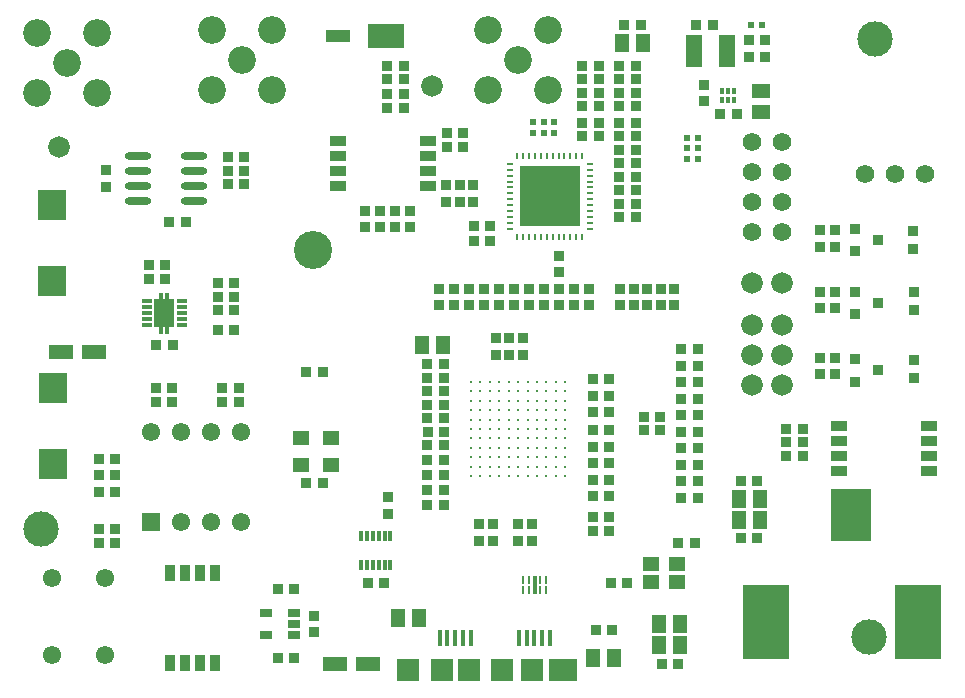
<source format=gts>
%FSLAX23Y23*%
%MOIN*%
G70*
G01*
G75*
G04 Layer_Color=8388736*
%ADD10C,0.012*%
%ADD11C,0.011*%
%ADD12R,0.118X0.079*%
%ADD13R,0.079X0.039*%
%ADD14R,0.030X0.030*%
%ADD15R,0.030X0.030*%
%ADD16R,0.035X0.031*%
%ADD17R,0.031X0.031*%
%ADD18R,0.044X0.058*%
%ADD19R,0.079X0.047*%
%ADD20R,0.094X0.102*%
%ADD21R,0.012X0.053*%
%ADD22R,0.071X0.075*%
%ADD23R,0.091X0.075*%
%ADD24R,0.050X0.030*%
%ADD25R,0.030X0.050*%
%ADD26R,0.008X0.027*%
%ADD27R,0.015X0.061*%
%ADD28R,0.051X0.049*%
%ADD29R,0.020X0.020*%
%ADD30R,0.130X0.173*%
%ADD31R,0.154X0.244*%
%ADD32R,0.058X0.044*%
%ADD33R,0.012X0.020*%
%ADD34R,0.012X0.019*%
%ADD35R,0.020X0.020*%
%ADD36R,0.051X0.107*%
%ADD37R,0.011X0.031*%
%ADD38R,0.055X0.047*%
%ADD39O,0.087X0.024*%
%ADD40R,0.033X0.011*%
%ADD41R,0.065X0.094*%
%ADD42R,0.024X0.010*%
%ADD43R,0.010X0.024*%
%ADD44R,0.201X0.201*%
%ADD45R,0.039X0.028*%
%ADD46C,0.009*%
%ADD47C,0.039*%
%ADD48C,0.008*%
%ADD49C,0.015*%
%ADD50C,0.010*%
%ADD51C,0.020*%
%ADD52C,0.025*%
%ADD53C,0.005*%
%ADD54C,0.006*%
%ADD55C,0.060*%
%ADD56C,0.070*%
%ADD57C,0.125*%
%ADD58C,0.090*%
%ADD59C,0.059*%
%ADD60C,0.079*%
%ADD61R,0.059X0.059*%
%ADD62C,0.031*%
%ADD63C,0.016*%
%ADD64C,0.020*%
%ADD65C,0.006*%
%ADD66C,0.010*%
%ADD67C,0.008*%
%ADD68C,0.004*%
%ADD69C,0.016*%
%ADD70C,0.024*%
%ADD71C,0.016*%
%ADD72R,0.120X0.081*%
%ADD73R,0.081X0.041*%
%ADD74R,0.032X0.032*%
%ADD75R,0.032X0.032*%
%ADD76R,0.037X0.033*%
%ADD77R,0.033X0.033*%
%ADD78R,0.046X0.060*%
%ADD79R,0.081X0.049*%
%ADD80R,0.096X0.104*%
%ADD81R,0.014X0.055*%
%ADD82R,0.073X0.077*%
%ADD83R,0.093X0.077*%
%ADD84R,0.052X0.032*%
%ADD85R,0.032X0.052*%
%ADD86R,0.010X0.029*%
%ADD87R,0.017X0.063*%
%ADD88R,0.053X0.051*%
%ADD89R,0.022X0.022*%
%ADD90R,0.132X0.175*%
%ADD91R,0.156X0.246*%
%ADD92R,0.060X0.046*%
%ADD93R,0.016X0.024*%
%ADD94R,0.016X0.023*%
%ADD95R,0.022X0.022*%
%ADD96R,0.053X0.109*%
%ADD97R,0.013X0.033*%
%ADD98R,0.057X0.049*%
%ADD99O,0.089X0.026*%
%ADD100R,0.035X0.013*%
%ADD101R,0.067X0.096*%
%ADD102R,0.203X0.203*%
%ADD103R,0.041X0.030*%
%ADD104C,0.011*%
%ADD105C,0.118*%
%ADD106C,0.002*%
%ADD107C,0.062*%
%ADD108C,0.072*%
%ADD109C,0.127*%
%ADD110C,0.092*%
%ADD111C,0.061*%
%ADD112R,0.061X0.061*%
G36*
X506Y1194D02*
X506Y1194D01*
X506Y1194D01*
X507Y1194D01*
X507Y1193D01*
X507Y1193D01*
Y1173D01*
X507Y1173D01*
X507Y1173D01*
X506Y1173D01*
X506Y1173D01*
X506Y1172D01*
X506Y1172D01*
X495D01*
X494Y1172D01*
X494Y1173D01*
X494Y1173D01*
X494Y1173D01*
X494Y1173D01*
X494Y1173D01*
Y1193D01*
X494Y1193D01*
X494Y1194D01*
X494Y1194D01*
X494Y1194D01*
X494Y1194D01*
X495Y1194D01*
X506D01*
X506Y1194D01*
D02*
G37*
G36*
X486D02*
X486Y1194D01*
X487Y1194D01*
X487Y1194D01*
X487Y1193D01*
X487Y1193D01*
Y1173D01*
X487Y1173D01*
X487Y1173D01*
X487Y1173D01*
X486Y1173D01*
X486Y1172D01*
X486Y1172D01*
X475D01*
X475Y1172D01*
X474Y1173D01*
X474Y1173D01*
X474Y1173D01*
X474Y1173D01*
X474Y1173D01*
Y1193D01*
X474Y1193D01*
X474Y1194D01*
X474Y1194D01*
X474Y1194D01*
X475Y1194D01*
X475Y1194D01*
X486D01*
X486Y1194D01*
D02*
G37*
G36*
X506Y1308D02*
X506Y1308D01*
X506Y1308D01*
X507Y1308D01*
X507Y1308D01*
X507Y1307D01*
Y1288D01*
X507Y1287D01*
X507Y1287D01*
X506Y1287D01*
X506Y1287D01*
X506Y1287D01*
X506Y1287D01*
X495D01*
X494Y1287D01*
X494Y1287D01*
X494Y1287D01*
X494Y1287D01*
X494Y1287D01*
X494Y1288D01*
Y1307D01*
X494Y1308D01*
X494Y1308D01*
X494Y1308D01*
X494Y1308D01*
X494Y1308D01*
X495Y1308D01*
X506D01*
X506Y1308D01*
D02*
G37*
G36*
X486D02*
X486Y1308D01*
X487Y1308D01*
X487Y1308D01*
X487Y1308D01*
X487Y1307D01*
Y1288D01*
X487Y1287D01*
X487Y1287D01*
X487Y1287D01*
X486Y1287D01*
X486Y1287D01*
X486Y1287D01*
X475D01*
X475Y1287D01*
X474Y1287D01*
X474Y1287D01*
X474Y1287D01*
X474Y1287D01*
X474Y1288D01*
Y1307D01*
X474Y1308D01*
X474Y1308D01*
X474Y1308D01*
X474Y1308D01*
X475Y1308D01*
X475Y1308D01*
X486D01*
X486Y1308D01*
D02*
G37*
D42*
X1909Y1738D02*
D03*
Y1699D02*
D03*
Y1719D02*
D03*
Y1679D02*
D03*
Y1640D02*
D03*
Y1660D02*
D03*
Y1620D02*
D03*
Y1581D02*
D03*
Y1600D02*
D03*
Y1541D02*
D03*
Y1522D02*
D03*
Y1561D02*
D03*
X1641Y1738D02*
D03*
Y1640D02*
D03*
Y1660D02*
D03*
Y1620D02*
D03*
Y1699D02*
D03*
Y1719D02*
D03*
Y1679D02*
D03*
Y1581D02*
D03*
Y1600D02*
D03*
Y1541D02*
D03*
Y1561D02*
D03*
Y1522D02*
D03*
D43*
X1883Y1764D02*
D03*
X1864D02*
D03*
X1824D02*
D03*
X1805D02*
D03*
X1844D02*
D03*
X1785D02*
D03*
X1765D02*
D03*
X1883Y1496D02*
D03*
X1844D02*
D03*
X1824D02*
D03*
X1864D02*
D03*
X1785D02*
D03*
X1765D02*
D03*
X1805D02*
D03*
X1726Y1764D02*
D03*
X1706D02*
D03*
X1745D02*
D03*
X1686D02*
D03*
X1667D02*
D03*
X1726Y1496D02*
D03*
X1706D02*
D03*
X1745D02*
D03*
X1667D02*
D03*
X1686D02*
D03*
D72*
X1230Y2165D02*
D03*
D73*
X1069D02*
D03*
D74*
X2318Y2200D02*
D03*
X2263D02*
D03*
X2078D02*
D03*
X2023D02*
D03*
X2062Y1605D02*
D03*
X2007D02*
D03*
X1423Y845D02*
D03*
X1368D02*
D03*
X1982Y185D02*
D03*
X1928D02*
D03*
X923Y320D02*
D03*
X868D02*
D03*
X463Y990D02*
D03*
X517D02*
D03*
X463Y945D02*
D03*
X517D02*
D03*
X1367Y750D02*
D03*
X1423D02*
D03*
X1367Y700D02*
D03*
X1423D02*
D03*
X1367Y650D02*
D03*
X1423D02*
D03*
X1367Y1025D02*
D03*
X1423D02*
D03*
X1367Y980D02*
D03*
X1423D02*
D03*
X1367Y600D02*
D03*
X1423D02*
D03*
X1367Y890D02*
D03*
X1423D02*
D03*
X1973Y850D02*
D03*
X1918D02*
D03*
X1973Y1020D02*
D03*
X1918D02*
D03*
X1367Y800D02*
D03*
X1423D02*
D03*
X1972Y515D02*
D03*
X1918D02*
D03*
X1973Y560D02*
D03*
X1918D02*
D03*
X2203Y70D02*
D03*
X2148D02*
D03*
X1973Y630D02*
D03*
X1918D02*
D03*
X2467Y490D02*
D03*
X2412D02*
D03*
X1973Y795D02*
D03*
X1918D02*
D03*
X2467Y680D02*
D03*
X2412D02*
D03*
X1367Y935D02*
D03*
X1423D02*
D03*
X1018Y1045D02*
D03*
X962D02*
D03*
X1973Y965D02*
D03*
X1918D02*
D03*
X1973Y910D02*
D03*
X1918D02*
D03*
X2142Y895D02*
D03*
X2088D02*
D03*
X2143Y850D02*
D03*
X2088D02*
D03*
X1973Y685D02*
D03*
X1918D02*
D03*
X1973Y740D02*
D03*
X1918D02*
D03*
X438Y1400D02*
D03*
X493D02*
D03*
X493Y1355D02*
D03*
X438D02*
D03*
X668Y1340D02*
D03*
X723D02*
D03*
X463Y1135D02*
D03*
X518D02*
D03*
X562Y1545D02*
D03*
X507D02*
D03*
X327Y520D02*
D03*
X273D02*
D03*
X1223Y340D02*
D03*
X1168D02*
D03*
X1978D02*
D03*
X2033D02*
D03*
X2258Y475D02*
D03*
X2203D02*
D03*
X2562Y765D02*
D03*
X2618D02*
D03*
X2562Y810D02*
D03*
X2618D02*
D03*
X2563Y855D02*
D03*
X2618D02*
D03*
X2268Y625D02*
D03*
X2213D02*
D03*
Y1120D02*
D03*
X2268D02*
D03*
X2213Y1065D02*
D03*
X2268D02*
D03*
X2213Y1010D02*
D03*
X2268D02*
D03*
X738Y990D02*
D03*
X683D02*
D03*
X738Y945D02*
D03*
X683D02*
D03*
X2213Y900D02*
D03*
X2268D02*
D03*
X2213Y790D02*
D03*
X2268D02*
D03*
X2213Y680D02*
D03*
X2268D02*
D03*
Y955D02*
D03*
X2213D02*
D03*
X2268Y845D02*
D03*
X2213D02*
D03*
X2268Y735D02*
D03*
X2213D02*
D03*
X868Y90D02*
D03*
X923D02*
D03*
X327Y645D02*
D03*
X273D02*
D03*
X327Y700D02*
D03*
X273D02*
D03*
X327Y755D02*
D03*
X273D02*
D03*
X723Y1295D02*
D03*
X668D02*
D03*
X723Y1250D02*
D03*
X668D02*
D03*
X668Y1185D02*
D03*
X723D02*
D03*
X702Y1760D02*
D03*
X757D02*
D03*
X702Y1715D02*
D03*
X757D02*
D03*
X757Y1670D02*
D03*
X702D02*
D03*
X273Y475D02*
D03*
X327D02*
D03*
X1367Y1070D02*
D03*
X1423D02*
D03*
X962Y675D02*
D03*
X1018D02*
D03*
X1577Y1480D02*
D03*
X1523D02*
D03*
X1577Y1530D02*
D03*
X1523D02*
D03*
X1288Y1925D02*
D03*
X1232D02*
D03*
X1288Y1970D02*
D03*
X1232D02*
D03*
X1288Y2020D02*
D03*
X1232D02*
D03*
X1883Y1930D02*
D03*
X1938D02*
D03*
X1883Y1975D02*
D03*
X1938D02*
D03*
X1883Y2020D02*
D03*
X1938D02*
D03*
Y1875D02*
D03*
X1883D02*
D03*
X1938Y1830D02*
D03*
X1883D02*
D03*
X2007Y1695D02*
D03*
X2062D02*
D03*
X2007Y1785D02*
D03*
X2062D02*
D03*
X2007Y1740D02*
D03*
X2062D02*
D03*
X1487Y1840D02*
D03*
X1433D02*
D03*
X1487Y1795D02*
D03*
X1433D02*
D03*
X2007Y1560D02*
D03*
X2062D02*
D03*
X2007Y1650D02*
D03*
X2062D02*
D03*
X1288Y2065D02*
D03*
X1232D02*
D03*
X1883D02*
D03*
X1938D02*
D03*
X2007Y1975D02*
D03*
X2062D02*
D03*
X2007Y1875D02*
D03*
X2062D02*
D03*
X2007Y2020D02*
D03*
X2062D02*
D03*
Y1930D02*
D03*
X2007D02*
D03*
X2062Y1830D02*
D03*
X2007D02*
D03*
X2062Y2065D02*
D03*
X2007D02*
D03*
X2398Y1905D02*
D03*
X2342D02*
D03*
X2438Y2150D02*
D03*
X2493D02*
D03*
Y2095D02*
D03*
X2438D02*
D03*
D75*
X1405Y1322D02*
D03*
Y1268D02*
D03*
X1455Y1322D02*
D03*
Y1268D02*
D03*
X2675Y1258D02*
D03*
Y1312D02*
D03*
Y1092D02*
D03*
Y1038D02*
D03*
X2725Y1038D02*
D03*
Y1093D02*
D03*
X1670Y538D02*
D03*
Y482D02*
D03*
X1715Y538D02*
D03*
Y483D02*
D03*
X990Y233D02*
D03*
Y178D02*
D03*
X1640Y1158D02*
D03*
Y1103D02*
D03*
X1685Y1158D02*
D03*
Y1102D02*
D03*
X1585Y483D02*
D03*
Y538D02*
D03*
X1595Y1158D02*
D03*
Y1102D02*
D03*
X295Y1663D02*
D03*
Y1718D02*
D03*
X1540Y482D02*
D03*
Y538D02*
D03*
X2100Y1268D02*
D03*
Y1322D02*
D03*
X2055Y1268D02*
D03*
Y1322D02*
D03*
X2010Y1268D02*
D03*
Y1323D02*
D03*
X2190Y1268D02*
D03*
Y1322D02*
D03*
X2145Y1268D02*
D03*
Y1322D02*
D03*
X1905Y1268D02*
D03*
Y1322D02*
D03*
X1505Y1268D02*
D03*
Y1322D02*
D03*
X1555Y1268D02*
D03*
Y1322D02*
D03*
X1605Y1268D02*
D03*
Y1322D02*
D03*
X1655Y1268D02*
D03*
Y1323D02*
D03*
X1705Y1268D02*
D03*
Y1322D02*
D03*
X1755Y1268D02*
D03*
Y1322D02*
D03*
X1805Y1268D02*
D03*
Y1322D02*
D03*
X1855Y1268D02*
D03*
Y1322D02*
D03*
X1235Y572D02*
D03*
Y627D02*
D03*
X2725Y1312D02*
D03*
Y1258D02*
D03*
X2725Y1518D02*
D03*
Y1463D02*
D03*
X2675Y1462D02*
D03*
Y1518D02*
D03*
X1520Y1612D02*
D03*
Y1668D02*
D03*
X1475Y1612D02*
D03*
Y1668D02*
D03*
X1430Y1612D02*
D03*
Y1668D02*
D03*
X1805Y1433D02*
D03*
Y1378D02*
D03*
X1160Y1582D02*
D03*
Y1528D02*
D03*
X1210Y1582D02*
D03*
Y1528D02*
D03*
X1260Y1582D02*
D03*
Y1528D02*
D03*
X1310Y1582D02*
D03*
Y1528D02*
D03*
X2290Y2003D02*
D03*
Y1947D02*
D03*
D76*
X2791Y1312D02*
D03*
Y1238D02*
D03*
X2869Y1275D02*
D03*
Y1485D02*
D03*
X2791Y1448D02*
D03*
Y1522D02*
D03*
X2869Y1050D02*
D03*
X2791Y1013D02*
D03*
Y1087D02*
D03*
D77*
X2990Y1085D02*
D03*
Y1026D02*
D03*
Y1251D02*
D03*
Y1310D02*
D03*
X2985Y1456D02*
D03*
Y1515D02*
D03*
D78*
X2210Y205D02*
D03*
X2140D02*
D03*
X1920Y90D02*
D03*
X1990D02*
D03*
X2015Y2140D02*
D03*
X2085D02*
D03*
X2475Y620D02*
D03*
X2405D02*
D03*
X2475Y550D02*
D03*
X2405D02*
D03*
X2210Y135D02*
D03*
X2140D02*
D03*
X1420Y1135D02*
D03*
X1350D02*
D03*
X1340Y225D02*
D03*
X1270D02*
D03*
D79*
X145Y1110D02*
D03*
X255D02*
D03*
X1060Y70D02*
D03*
X1170D02*
D03*
D80*
X120Y991D02*
D03*
Y739D02*
D03*
X115Y1601D02*
D03*
Y1349D02*
D03*
D81*
X1750Y158D02*
D03*
X1776D02*
D03*
X1672D02*
D03*
X1698D02*
D03*
X1408D02*
D03*
X1486D02*
D03*
X1512D02*
D03*
X1724D02*
D03*
X1460D02*
D03*
X1434D02*
D03*
D82*
X1302Y53D02*
D03*
X1415D02*
D03*
X1505D02*
D03*
X1617D02*
D03*
X1715Y52D02*
D03*
D83*
X1818D02*
D03*
D84*
X3040Y715D02*
D03*
Y765D02*
D03*
Y815D02*
D03*
Y865D02*
D03*
X2740Y715D02*
D03*
Y765D02*
D03*
Y815D02*
D03*
Y865D02*
D03*
X1370Y1665D02*
D03*
Y1715D02*
D03*
Y1765D02*
D03*
Y1815D02*
D03*
X1070Y1665D02*
D03*
Y1715D02*
D03*
Y1765D02*
D03*
Y1815D02*
D03*
D85*
X660Y375D02*
D03*
X610D02*
D03*
X560D02*
D03*
X510D02*
D03*
X660Y75D02*
D03*
X610D02*
D03*
X560D02*
D03*
X510D02*
D03*
D86*
X1764Y352D02*
D03*
X1744D02*
D03*
X1706D02*
D03*
X1686D02*
D03*
Y318D02*
D03*
X1706D02*
D03*
X1744D02*
D03*
X1764D02*
D03*
D87*
X1725Y335D02*
D03*
D88*
X1045Y736D02*
D03*
X945Y824D02*
D03*
Y736D02*
D03*
X1045Y824D02*
D03*
D89*
X1790Y1842D02*
D03*
Y1878D02*
D03*
X1755Y1842D02*
D03*
Y1878D02*
D03*
X1720Y1842D02*
D03*
Y1878D02*
D03*
D90*
X2778Y567D02*
D03*
D91*
X3004Y213D02*
D03*
X2496D02*
D03*
D92*
X2480Y1980D02*
D03*
Y1910D02*
D03*
D93*
X2390Y1980D02*
D03*
D94*
X2370D02*
D03*
X2350D02*
D03*
Y1950D02*
D03*
X2370D02*
D03*
X2390D02*
D03*
D95*
X2447Y2200D02*
D03*
X2483D02*
D03*
X2232Y1825D02*
D03*
X2268D02*
D03*
X2232Y1790D02*
D03*
X2268D02*
D03*
X2232Y1755D02*
D03*
X2268D02*
D03*
D96*
X2365Y2115D02*
D03*
X2255D02*
D03*
D97*
X1244Y497D02*
D03*
X1225D02*
D03*
X1205D02*
D03*
X1185D02*
D03*
X1165D02*
D03*
X1146D02*
D03*
X1244Y403D02*
D03*
X1225D02*
D03*
X1205D02*
D03*
X1185D02*
D03*
X1165D02*
D03*
X1146D02*
D03*
D98*
X2198Y406D02*
D03*
Y344D02*
D03*
X2112Y406D02*
D03*
Y344D02*
D03*
D99*
X589Y1765D02*
D03*
Y1665D02*
D03*
Y1715D02*
D03*
Y1615D02*
D03*
X401Y1765D02*
D03*
Y1715D02*
D03*
Y1665D02*
D03*
Y1615D02*
D03*
D100*
X548Y1280D02*
D03*
Y1260D02*
D03*
Y1240D02*
D03*
Y1221D02*
D03*
Y1201D02*
D03*
X432Y1280D02*
D03*
Y1240D02*
D03*
Y1260D02*
D03*
Y1201D02*
D03*
Y1221D02*
D03*
D101*
X490Y1240D02*
D03*
D102*
X1775Y1630D02*
D03*
D103*
X922Y205D02*
D03*
Y242D02*
D03*
Y168D02*
D03*
X828Y242D02*
D03*
Y168D02*
D03*
D104*
X1827Y1012D02*
D03*
Y981D02*
D03*
X1796Y1012D02*
D03*
X1827Y949D02*
D03*
X1796Y981D02*
D03*
X1764D02*
D03*
Y1012D02*
D03*
X1796Y949D02*
D03*
X1764D02*
D03*
X1827Y918D02*
D03*
Y886D02*
D03*
X1796Y918D02*
D03*
X1827Y855D02*
D03*
X1796Y886D02*
D03*
X1764D02*
D03*
Y918D02*
D03*
X1796Y855D02*
D03*
X1764D02*
D03*
X1733Y981D02*
D03*
Y949D02*
D03*
Y1012D02*
D03*
Y918D02*
D03*
X1701Y949D02*
D03*
Y981D02*
D03*
Y1012D02*
D03*
X1670Y918D02*
D03*
Y949D02*
D03*
X1733Y886D02*
D03*
X1701Y918D02*
D03*
X1733Y855D02*
D03*
X1701Y886D02*
D03*
Y855D02*
D03*
X1670Y886D02*
D03*
Y855D02*
D03*
X1827Y761D02*
D03*
Y824D02*
D03*
X1796D02*
D03*
X1764D02*
D03*
X1827Y792D02*
D03*
X1796D02*
D03*
X1827Y698D02*
D03*
Y729D02*
D03*
X1796D02*
D03*
Y761D02*
D03*
Y698D02*
D03*
X1764D02*
D03*
X1733Y824D02*
D03*
X1764Y792D02*
D03*
X1733D02*
D03*
X1764Y761D02*
D03*
X1733D02*
D03*
X1701Y824D02*
D03*
X1670D02*
D03*
X1701Y792D02*
D03*
X1670D02*
D03*
X1764Y729D02*
D03*
X1701Y761D02*
D03*
X1733Y698D02*
D03*
Y729D02*
D03*
X1701D02*
D03*
X1670D02*
D03*
X1701Y698D02*
D03*
X1670D02*
D03*
X1639Y1012D02*
D03*
X1670D02*
D03*
X1607Y981D02*
D03*
X1670D02*
D03*
X1639D02*
D03*
X1607Y1012D02*
D03*
X1639Y918D02*
D03*
Y886D02*
D03*
Y949D02*
D03*
Y855D02*
D03*
X1607Y918D02*
D03*
Y949D02*
D03*
Y855D02*
D03*
Y886D02*
D03*
X1576Y1012D02*
D03*
Y981D02*
D03*
X1544Y1012D02*
D03*
X1576Y949D02*
D03*
X1544Y981D02*
D03*
X1513D02*
D03*
Y1012D02*
D03*
X1544Y949D02*
D03*
X1513D02*
D03*
X1576Y918D02*
D03*
X1544D02*
D03*
X1576Y855D02*
D03*
Y886D02*
D03*
X1544D02*
D03*
X1513Y918D02*
D03*
X1544Y855D02*
D03*
X1513Y886D02*
D03*
X1639Y824D02*
D03*
Y792D02*
D03*
X1607Y824D02*
D03*
X1670Y761D02*
D03*
X1639D02*
D03*
X1607Y792D02*
D03*
X1576Y824D02*
D03*
Y761D02*
D03*
X1639Y729D02*
D03*
X1607Y761D02*
D03*
X1639Y698D02*
D03*
X1607Y729D02*
D03*
Y698D02*
D03*
X1513Y855D02*
D03*
X1544Y824D02*
D03*
X1513D02*
D03*
X1576Y792D02*
D03*
X1544D02*
D03*
X1513D02*
D03*
X1576Y729D02*
D03*
X1544D02*
D03*
X1576Y698D02*
D03*
X1544D02*
D03*
Y761D02*
D03*
X1513D02*
D03*
Y698D02*
D03*
Y729D02*
D03*
D105*
X80Y520D02*
D03*
X2860Y2155D02*
D03*
X2840Y160D02*
D03*
D106*
X2905Y1200D02*
D03*
X3065Y1360D02*
D03*
X2905Y975D02*
D03*
X3065Y1135D02*
D03*
X2905Y1405D02*
D03*
X3065Y1565D02*
D03*
D107*
X3025Y1705D02*
D03*
X2825D02*
D03*
X2925D02*
D03*
X2450Y1610D02*
D03*
Y1510D02*
D03*
Y1810D02*
D03*
Y1710D02*
D03*
X2550Y1610D02*
D03*
Y1510D02*
D03*
Y1810D02*
D03*
Y1710D02*
D03*
D108*
Y1340D02*
D03*
X2450D02*
D03*
Y1000D02*
D03*
X2550D02*
D03*
X2450Y1100D02*
D03*
X2550D02*
D03*
X2450Y1200D02*
D03*
X2550D02*
D03*
X140Y1795D02*
D03*
X1383Y1999D02*
D03*
D109*
X985Y1450D02*
D03*
D110*
X750Y2085D02*
D03*
X850Y2185D02*
D03*
X650D02*
D03*
Y1985D02*
D03*
X850D02*
D03*
X1670Y2085D02*
D03*
X1770Y2185D02*
D03*
X1570D02*
D03*
Y1985D02*
D03*
X1770D02*
D03*
X165Y2075D02*
D03*
X265Y2175D02*
D03*
X65D02*
D03*
Y1975D02*
D03*
X265D02*
D03*
D111*
X294Y102D02*
D03*
X116D02*
D03*
Y358D02*
D03*
X294D02*
D03*
X745Y845D02*
D03*
X645D02*
D03*
X545D02*
D03*
X745Y545D02*
D03*
X545D02*
D03*
X645D02*
D03*
X445Y845D02*
D03*
D112*
Y545D02*
D03*
M02*

</source>
